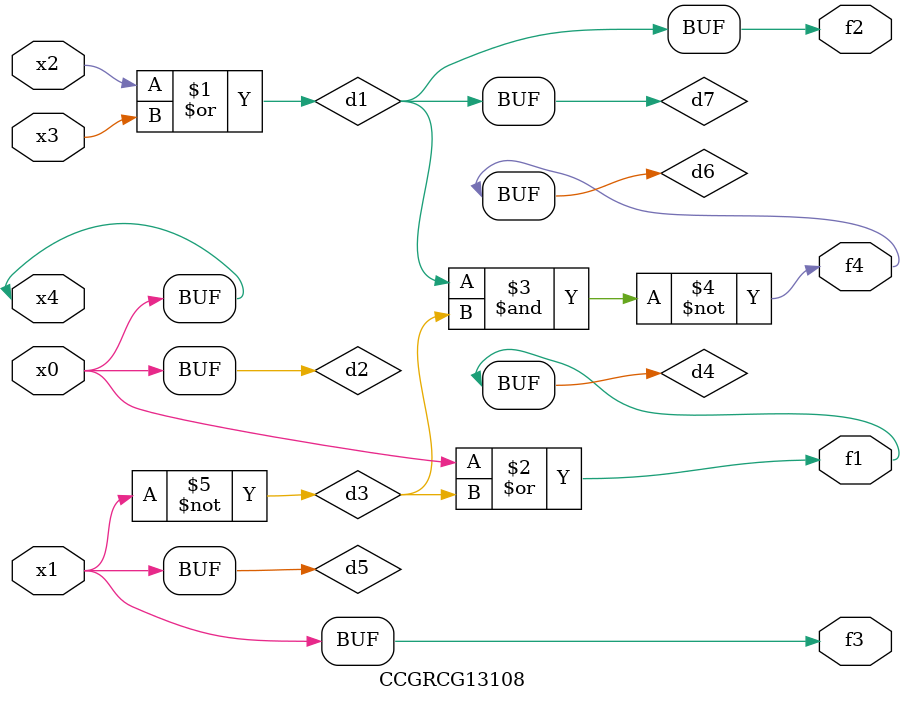
<source format=v>
module CCGRCG13108(
	input x0, x1, x2, x3, x4,
	output f1, f2, f3, f4
);

	wire d1, d2, d3, d4, d5, d6, d7;

	or (d1, x2, x3);
	buf (d2, x0, x4);
	not (d3, x1);
	or (d4, d2, d3);
	not (d5, d3);
	nand (d6, d1, d3);
	or (d7, d1);
	assign f1 = d4;
	assign f2 = d7;
	assign f3 = d5;
	assign f4 = d6;
endmodule

</source>
